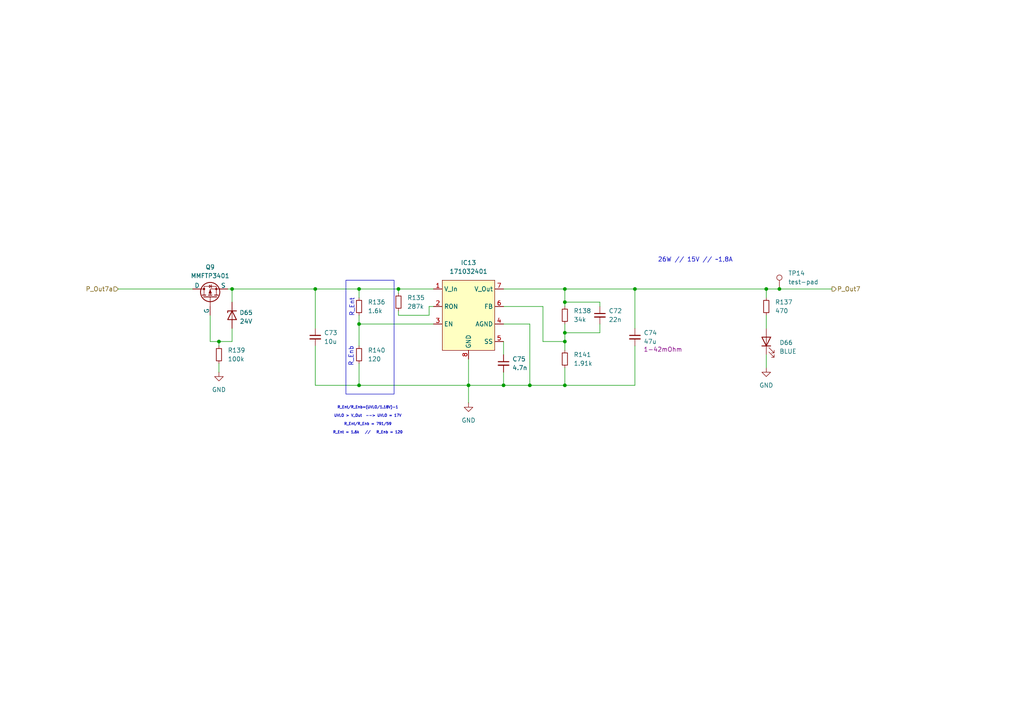
<source format=kicad_sch>
(kicad_sch (version 20231120) (generator "eeschema") (generator_version "8.0")
  (paper "A4")
  (title_block (title "PDU FT25") (date "2024-11-23") (rev "V1.1") (company "Janek Herm") (comment 1 "FaSTTUBe Electronics"))
  (lib_symbols
    (symbol "Connector:TestPoint" (pin_numbers hide) (pin_names (offset 0.762) hide)
      (property "Reference" "TP" (at 0 6.858 0))
      (property "Value" "TestPoint" (at 0 5.08 0))
      (symbol "TestPoint_0_1"
        (circle (center 0 3.302) (radius 0.762))
      )
      (symbol "TestPoint_1_1"
        (pin passive line (at 0 0 90) (length 2.54) (name "1") (number "1"))
      )
    )
    (symbol "Device:C_Small" (pin_numbers hide) (pin_names (offset 0.254) hide)
      (property "Reference" "C" (at 0.254 1.778 0))
      (property "Value" "C_Small" (at 0.254 -2.032 0))
      (symbol "C_Small_0_1"
        (polyline (pts (xy -1.524 -0.508) (xy 1.524 -0.508)) (stroke (width 0.3302)))
        (polyline (pts (xy -1.524 0.508) (xy 1.524 0.508)) (stroke (width 0.3048)))
      )
      (symbol "C_Small_1_1"
        (pin passive line (at 0 2.54 270) (length 2.032) (name "~") (number "1"))
        (pin passive line (at 0 -2.54 90) (length 2.032) (name "~") (number "2"))
      )
    )
    (symbol "Device:D_Zener" (pin_numbers hide) (pin_names (offset 1.016) hide)
      (property "Reference" "D" (at 0 2.54 0))
      (property "Value" "D_Zener" (at 0 -2.54 0))
      (symbol "D_Zener_0_1"
        (polyline (pts (xy 1.27 0) (xy -1.27 0)))
        (polyline (pts (xy -1.27 -1.27) (xy -1.27 1.27) (xy -0.762 1.27)) (stroke (width 0.254)))
        (polyline (pts (xy 1.27 -1.27) (xy 1.27 1.27) (xy -1.27 0) (xy 1.27 -1.27)) (stroke (width 0.254)))
      )
      (symbol "D_Zener_1_1"
        (pin passive line (at -3.81 0 0) (length 2.54) (name "K") (number "1"))
        (pin passive line (at 3.81 0 180) (length 2.54) (name "A") (number "2"))
      )
    )
    (symbol "Device:LED" (pin_numbers hide) (pin_names (offset 1.016) hide)
      (property "Reference" "D" (at 0 2.54 0))
      (property "Value" "LED" (at 0 -2.54 0))
      (symbol "LED_0_1"
        (polyline (pts (xy -1.27 -1.27) (xy -1.27 1.27)) (stroke (width 0.254)))
        (polyline (pts (xy -1.27 0) (xy 1.27 0)))
        (polyline (pts (xy 1.27 -1.27) (xy 1.27 1.27) (xy -1.27 0) (xy 1.27 -1.27)) (stroke (width 0.254)))
        (polyline (pts (xy -3.048 -0.762) (xy -4.572 -2.286) (xy -3.81 -2.286) (xy -4.572 -2.286) (xy -4.572 -1.524)))
        (polyline (pts (xy -1.778 -0.762) (xy -3.302 -2.286) (xy -2.54 -2.286) (xy -3.302 -2.286) (xy -3.302 -1.524)))
      )
      (symbol "LED_1_1"
        (pin passive line (at -3.81 0 0) (length 2.54) (name "K") (number "1"))
        (pin passive line (at 3.81 0 180) (length 2.54) (name "A") (number "2"))
      )
    )
    (symbol "Device:R_Small" (pin_numbers hide) (pin_names (offset 0.254) hide)
      (property "Reference" "R" (at 0.762 0.508 0))
      (property "Value" "R_Small" (at 0.762 -1.016 0))
      (symbol "R_Small_0_1"
        (rectangle (start -0.762 1.778) (end 0.762 -1.778) (stroke (width 0.2032)))
      )
      (symbol "R_Small_1_1"
        (pin passive line (at 0 2.54 270) (length 0.762) (name "~") (number "1"))
        (pin passive line (at 0 -2.54 90) (length 0.762) (name "~") (number "2"))
      )
    )
    (symbol "FaSTTUBe_Voltage_Regulators:171032401"
      (property "Reference" "IC" (at 0.254 8.636 0))
      (property "Value" "171032401" (at 0.508 6.604 0))
      (symbol "171032401_1_1"
        (rectangle (start -7.62 5.08) (end 7.62 -15.24) (fill (type background)))
        (pin passive line (at -10.16 2.54 0) (length 2.54) (name "V_In") (number "1"))
        (pin passive line (at -10.16 -2.54 0) (length 2.54) (name "RON") (number "2"))
        (pin passive line (at -10.16 -7.62 0) (length 2.54) (name "EN") (number "3"))
        (pin power_in line (at 10.16 -7.62 180) (length 2.54) (name "AGND") (number "4"))
        (pin passive line (at 10.16 -12.7 180) (length 2.54) (name "SS") (number "5"))
        (pin passive line (at 10.16 -2.54 180) (length 2.54) (name "FB") (number "6"))
        (pin power_out line (at 10.16 2.54 180) (length 2.54) (name "V_Out") (number "7"))
        (pin power_in line (at 0 -17.78 90) (length 2.54) (name "GND") (number "8"))
      )
    )
    (symbol "Simulation_SPICE:PMOS" (pin_numbers hide) (pin_names (offset 0))
      (property "Reference" "Q" (at 5.08 1.27 0))
      (property "Value" "PMOS" (at 5.08 -1.27 0))
      (symbol "PMOS_0_1"
        (polyline (pts (xy 0.254 0) (xy -2.54 0)))
        (polyline (pts (xy 0.254 1.905) (xy 0.254 -1.905)) (stroke (width 0.254)))
        (polyline (pts (xy 0.762 -1.27) (xy 0.762 -2.286)) (stroke (width 0.254)))
        (polyline (pts (xy 0.762 0.508) (xy 0.762 -0.508)) (stroke (width 0.254)))
        (polyline (pts (xy 0.762 2.286) (xy 0.762 1.27)) (stroke (width 0.254)))
        (polyline (pts (xy 2.54 2.54) (xy 2.54 1.778)))
        (polyline (pts (xy 2.54 -2.54) (xy 2.54 0) (xy 0.762 0)))
        (polyline (pts (xy 0.762 1.778) (xy 3.302 1.778) (xy 3.302 -1.778) (xy 0.762 -1.778)))
        (polyline (pts (xy 2.286 0) (xy 1.27 0.381) (xy 1.27 -0.381) (xy 2.286 0)) (fill (type outline)))
        (polyline (pts (xy 2.794 -0.508) (xy 2.921 -0.381) (xy 3.683 -0.381) (xy 3.81 -0.254)))
        (polyline (pts (xy 3.302 -0.381) (xy 2.921 0.254) (xy 3.683 0.254) (xy 3.302 -0.381)))
        (circle (center 1.651 0) (radius 2.794) (stroke (width 0.254)))
        (circle (center 2.54 -1.778) (radius 0.254) (fill (type outline)))
        (circle (center 2.54 1.778) (radius 0.254) (fill (type outline)))
      )
      (symbol "PMOS_1_1"
        (pin passive line (at 2.54 5.08 270) (length 2.54) (name "D") (number "1"))
        (pin input line (at -5.08 0 0) (length 2.54) (name "G") (number "2"))
        (pin passive line (at 2.54 -5.08 90) (length 2.54) (name "S") (number "3"))
      )
    )
    (symbol "power:GND" (power) (pin_numbers hide) (pin_names (offset 0) hide)
      (property "Value" "GND" (at 0 -3.81 0))
      (symbol "GND_0_1"
        (polyline (pts (xy 0 0) (xy 0 -1.27) (xy 1.27 -1.27) (xy 0 -2.54) (xy -1.27 -1.27) (xy 0 -1.27)))
      )
      (symbol "GND_1_1"
        (pin power_in line (at 0 0 270) (length 0) (name "~") (number "1"))
      )
    )
  )
  (junction (at 184.15 83.82))
  (junction (at 163.83 111.76))
  (junction (at 163.83 87.63))
  (junction (at 222.25 83.82))
  (junction (at 104.14 111.76))
  (junction (at 163.83 83.82))
  (junction (at 153.67 111.76))
  (junction (at 115.57 83.82))
  (junction (at 163.83 96.52))
  (junction (at 104.14 93.98))
  (junction (at 163.83 99.06))
  (junction (at 226.06 83.82))
  (junction (at 91.44 83.82))
  (junction (at 135.89 111.76))
  (junction (at 104.14 83.82))
  (junction (at 63.5 99.06))
  (junction (at 67.31 83.82))
  (junction (at 146.05 111.76))
  (wire (pts (xy 104.14 83.82) (xy 104.14 86.36)))
  (wire (pts (xy 146.05 88.9) (xy 157.48 88.9)))
  (wire (pts (xy 222.25 102.87) (xy 222.25 106.68)))
  (wire (pts (xy 104.14 93.98) (xy 125.73 93.98)))
  (wire (pts (xy 163.83 106.68) (xy 163.83 111.76)))
  (wire (pts (xy 146.05 111.76) (xy 135.89 111.76)))
  (wire (pts (xy 124.46 91.44) (xy 124.46 88.9)))
  (wire (pts (xy 184.15 100.33) (xy 184.15 111.76)))
  (wire (pts (xy 163.83 99.06) (xy 163.83 101.6)))
  (wire (pts (xy 91.44 111.76) (xy 104.14 111.76)))
  (wire (pts (xy 153.67 111.76) (xy 163.83 111.76)))
  (wire (pts (xy 115.57 91.44) (xy 124.46 91.44)))
  (wire (pts (xy 146.05 93.98) (xy 153.67 93.98)))
  (wire (pts (xy 104.14 111.76) (xy 135.89 111.76)))
  (wire (pts (xy 163.83 83.82) (xy 184.15 83.82)))
  (wire (pts (xy 153.67 93.98) (xy 153.67 111.76)))
  (wire (pts (xy 157.48 99.06) (xy 163.83 99.06)))
  (wire (pts (xy 163.83 96.52) (xy 163.83 99.06)))
  (wire (pts (xy 146.05 111.76) (xy 153.67 111.76)))
  (wire (pts (xy 222.25 83.82) (xy 226.06 83.82)))
  (wire (pts (xy 163.83 87.63) (xy 173.99 87.63)))
  (wire (pts (xy 222.25 91.44) (xy 222.25 95.25)))
  (wire (pts (xy 60.96 91.44) (xy 60.96 99.06)))
  (wire (pts (xy 115.57 83.82) (xy 125.73 83.82)))
  (wire (pts (xy 135.89 111.76) (xy 135.89 116.84)))
  (wire (pts (xy 226.06 83.82) (xy 241.3 83.82)))
  (wire (pts (xy 66.04 83.82) (xy 67.31 83.82)))
  (wire (pts (xy 124.46 88.9) (xy 125.73 88.9)))
  (wire (pts (xy 146.05 99.06) (xy 146.05 102.87)))
  (wire (pts (xy 173.99 96.52) (xy 163.83 96.52)))
  (wire (pts (xy 34.29 83.82) (xy 55.88 83.82)))
  (wire (pts (xy 63.5 105.41) (xy 63.5 107.95)))
  (wire (pts (xy 67.31 83.82) (xy 67.31 87.63)))
  (wire (pts (xy 146.05 107.95) (xy 146.05 111.76)))
  (wire (pts (xy 163.83 87.63) (xy 163.83 88.9)))
  (wire (pts (xy 104.14 105.41) (xy 104.14 111.76)))
  (wire (pts (xy 104.14 91.44) (xy 104.14 93.98)))
  (wire (pts (xy 67.31 83.82) (xy 91.44 83.82)))
  (wire (pts (xy 63.5 100.33) (xy 63.5 99.06)))
  (wire (pts (xy 115.57 83.82) (xy 115.57 85.09)))
  (wire (pts (xy 222.25 83.82) (xy 222.25 86.36)))
  (wire (pts (xy 184.15 83.82) (xy 222.25 83.82)))
  (wire (pts (xy 104.14 83.82) (xy 115.57 83.82)))
  (wire (pts (xy 163.83 93.98) (xy 163.83 96.52)))
  (wire (pts (xy 163.83 111.76) (xy 184.15 111.76)))
  (wire (pts (xy 67.31 95.25) (xy 67.31 99.06)))
  (wire (pts (xy 173.99 93.98) (xy 173.99 96.52)))
  (wire (pts (xy 67.31 99.06) (xy 63.5 99.06)))
  (wire (pts (xy 173.99 87.63) (xy 173.99 88.9)))
  (wire (pts (xy 91.44 83.82) (xy 104.14 83.82)))
  (wire (pts (xy 135.89 104.14) (xy 135.89 111.76)))
  (wire (pts (xy 184.15 83.82) (xy 184.15 95.25)))
  (wire (pts (xy 115.57 91.44) (xy 115.57 90.17)))
  (wire (pts (xy 60.96 99.06) (xy 63.5 99.06)))
  (wire (pts (xy 91.44 100.33) (xy 91.44 111.76)))
  (wire (pts (xy 104.14 93.98) (xy 104.14 100.33)))
  (wire (pts (xy 91.44 83.82) (xy 91.44 95.25)))
  (wire (pts (xy 157.48 88.9) (xy 157.48 99.06)))
  (wire (pts (xy 163.83 83.82) (xy 163.83 87.63)))
  (wire (pts (xy 146.05 83.82) (xy 163.83 83.82)))
  (rectangle (start 100.33 81.28) (end 114.3 114.3))
  (text "R_Ent" (at 102.108 89.154 90) (effects (font (size 1.27 1.27))))
  (text "R_Ent/R_Enb=(UVLO/1.18V)-1\n\nUVLO > V_Out  --> UVLO = 17V\n\nR_Ent/R_Enb = 791/59\n\nR_Ent = 1.6k   //   R_Enb = 120" (at 106.68 117.856 0) (effects (font (size 0.75 0.75)) (justify top)))
  (text "26W // 15V // ~1,8A" (at 201.676 75.438 0) (effects (font (size 1.27 1.27))))
  (text "R_Enb" (at 101.854 103.378 90) (effects (font (size 1.27 1.27))))
  (hierarchical_label "P_Out7" (shape output) (at 241.3 83.82 0))
  (hierarchical_label "P_Out7a" (shape input) (at 34.29 83.82 180))
  (symbol (lib_id "Device:R_Small") (at 163.83 104.14 0) (unit 1)
    (property "Reference" "R141" (at 166.37 102.8699 0) (effects (justify left)))
    (property "Value" "1.91k" (at 166.37 105.4099 0) (effects (justify left)))
    (property "Footprint" "Resistor_SMD:R_0805_2012Metric_Pad1.20x1.40mm_HandSolder" (effects (hide yes)))
    (property "Description" "Resistor, small symbol" (effects (hide yes)))
  )
  (symbol (lib_id "Device:D_Zener") (at 67.31 91.44 90) (mirror x) (unit 1)
    (property "Reference" "D65" (at 71.374 90.678 90))
    (property "Value" "24V" (at 71.374 93.218 90))
    (property "Footprint" "3SMAJ5934B-TP:DIOM5226X244N" (effects (hide yes)))
    (property "Datasheet" "https://www.mouser.de/datasheet/2/258/3SMAJ5918B_3SMAJ5956B_SMA_-3423242.pdf" (effects (hide yes)))
    (property "Description" "Zener diode" (effects (hide yes)))
    (property "MPR" "3SMAJ5934B-TP" (effects (hide yes)))
  )
  (symbol (lib_id "FaSTTUBe_Voltage_Regulators:171032401") (at 135.89 86.36 0) (unit 1)
    (property "Reference" "IC13" (at 135.89 76.2 0))
    (property "Value" "171032401" (at 135.89 78.74 0))
    (property "Footprint" "171032401:171032401" (effects (hide yes)))
    (property "Datasheet" "https://www.we-online.com/components/products/datasheet/171032401.pdf" (effects (hide yes)))
  )
  (symbol (lib_id "power:GND") (at 63.5 107.95 0) (unit 1)
    (property "Reference" "#PWR0193" (effects (hide yes)))
    (property "Value" "GND" (at 63.5 113.03 0))
    (property "Description" "Power symbol creates a global label with name \"GND\" , ground" (effects (hide yes)))
  )
  (symbol (lib_id "Device:C_Small") (at 91.44 97.79 0) (unit 1)
    (property "Reference" "C73" (at 93.98 96.5262 0) (effects (justify left)))
    (property "Value" "10u" (at 93.98 99.0662 0) (effects (justify left)))
    (property "Footprint" "Capacitor_SMD:C_1206_3216Metric_Pad1.33x1.80mm_HandSolder" (effects (hide yes)))
    (property "Description" "Unpolarized capacitor, small symbol" (effects (hide yes)))
  )
  (symbol (lib_id "power:GND") (at 222.25 106.68 0) (unit 1)
    (property "Reference" "#PWR0192" (effects (hide yes)))
    (property "Value" "GND" (at 222.25 111.76 0))
    (property "Description" "Power symbol creates a global label with name \"GND\" , ground" (effects (hide yes)))
  )
  (symbol (lib_id "Device:LED") (at 222.25 99.06 90) (unit 1)
    (property "Reference" "D66" (at 226.06 99.3774 90) (effects (justify right)))
    (property "Value" "BLUE" (at 226.06 101.9174 90) (effects (justify right)))
    (property "Footprint" "Resistor_SMD:R_0603_1608Metric_Pad0.98x0.95mm_HandSolder" (effects (hide yes)))
    (property "Datasheet" "https://www.we-online.com/components/products/datasheet/150060BS75000.pdf" (effects (hide yes)))
    (property "Description" "Light emitting diode" (effects (hide yes)))
    (property "MPR" "150060BS75000" (effects (hide yes)))
  )
  (symbol (lib_id "Device:R_Small") (at 63.5 102.87 0) (unit 1)
    (property "Reference" "R139" (at 66.04 101.5999 0) (effects (justify left)))
    (property "Value" "100k" (at 66.04 104.1399 0) (effects (justify left)))
    (property "Footprint" "Resistor_SMD:R_0603_1608Metric_Pad0.98x0.95mm_HandSolder" (effects (hide yes)))
    (property "Description" "Resistor, small symbol" (effects (hide yes)))
  )
  (symbol (lib_id "power:GND") (at 135.89 116.84 0) (unit 1)
    (property "Reference" "#PWR0194" (effects (hide yes)))
    (property "Value" "GND" (at 135.89 121.92 0))
    (property "Description" "Power symbol creates a global label with name \"GND\" , ground" (effects (hide yes)))
  )
  (symbol (lib_id "Device:R_Small") (at 104.14 88.9 0) (unit 1)
    (property "Reference" "R136" (at 106.68 87.6299 0) (effects (justify left)))
    (property "Value" "1.6k" (at 106.68 90.1699 0) (effects (justify left)))
    (property "Footprint" "Resistor_SMD:R_0805_2012Metric_Pad1.20x1.40mm_HandSolder" (effects (hide yes)))
    (property "Description" "Resistor, small symbol" (effects (hide yes)))
  )
  (symbol (lib_id "Device:R_Small") (at 222.25 88.9 0) (unit 1)
    (property "Reference" "R137" (at 224.79 87.6299 0) (effects (justify left)))
    (property "Value" "470" (at 224.79 90.1699 0) (effects (justify left)))
    (property "Footprint" "Resistor_SMD:R_0603_1608Metric_Pad0.98x0.95mm_HandSolder" (effects (hide yes)))
    (property "Description" "Resistor, small symbol" (effects (hide yes)))
  )
  (symbol (lib_id "Device:C_Small") (at 184.15 97.79 0) (unit 1)
    (property "Reference" "C74" (at 186.69 96.5262 0) (effects (justify left)))
    (property "Value" "47u" (at 186.69 99.0662 0) (effects (justify left)))
    (property "Footprint" "Capacitor_SMD:C_1206_3216Metric_Pad1.33x1.80mm_HandSolder" (effects (hide yes)))
    (property "Description" "Unpolarized capacitor, small symbol" (effects (hide yes)))
    (property "Resistance" "1-42mOhm" (at 192.278 101.346 0))
  )
  (symbol (lib_id "Device:R_Small") (at 104.14 102.87 0) (unit 1)
    (property "Reference" "R140" (at 106.68 101.5999 0) (effects (justify left)))
    (property "Value" "120" (at 106.68 104.1399 0) (effects (justify left)))
    (property "Footprint" "Resistor_SMD:R_0805_2012Metric_Pad1.20x1.40mm_HandSolder" (effects (hide yes)))
    (property "Description" "Resistor, small symbol" (effects (hide yes)))
  )
  (symbol (lib_id "Device:C_Small") (at 173.99 91.44 0) (unit 1)
    (property "Reference" "C72" (at 176.53 90.1762 0) (effects (justify left)))
    (property "Value" "22n" (at 176.53 92.7162 0) (effects (justify left)))
    (property "Footprint" "Capacitor_SMD:C_0805_2012Metric_Pad1.18x1.45mm_HandSolder" (effects (hide yes)))
    (property "Description" "Unpolarized capacitor, small symbol" (effects (hide yes)))
  )
  (symbol (lib_id "Device:R_Small") (at 163.83 91.44 0) (unit 1)
    (property "Reference" "R138" (at 166.37 90.1699 0) (effects (justify left)))
    (property "Value" "34k" (at 166.37 92.7099 0) (effects (justify left)))
    (property "Footprint" "Resistor_SMD:R_0805_2012Metric_Pad1.20x1.40mm_HandSolder" (effects (hide yes)))
    (property "Description" "Resistor, small symbol" (effects (hide yes)))
  )
  (symbol (lib_id "Device:C_Small") (at 146.05 105.41 0) (unit 1)
    (property "Reference" "C75" (at 148.59 104.1462 0) (effects (justify left)))
    (property "Value" "4.7n" (at 148.59 106.6862 0) (effects (justify left)))
    (property "Footprint" "Capacitor_SMD:C_0805_2012Metric_Pad1.18x1.45mm_HandSolder" (effects (hide yes)))
    (property "Description" "Unpolarized capacitor, small symbol" (effects (hide yes)))
  )
  (symbol (lib_id "Simulation_SPICE:PMOS") (at 60.96 86.36 90) (unit 1)
    (property "Reference" "Q9" (at 60.96 77.47 90))
    (property "Value" "MMFTP3401" (at 60.96 80.01 90))
    (property "Footprint" "Package_TO_SOT_SMD:SOT-23" (effects (hide yes)))
    (property "Datasheet" "https://diotec.com/request/datasheet/mmftp3401.pdf" (effects (hide yes)))
    (property "Description" "P-MOSFET transistor, drain/source/gate" (effects (hide yes)))
    (property "Sim.Device" "PMOS" (effects (hide yes)))
    (property "Sim.Type" "VDMOS" (effects (hide yes)))
    (property "Sim.Pins" "1=D 2=G 3=S" (effects (hide yes)))
  )
  (symbol (lib_id "Connector:TestPoint") (at 226.06 83.82 0) (unit 1)
    (property "Reference" "TP14" (at 228.6 79.2479 0) (effects (justify left)))
    (property "Value" "test-pad" (at 228.6 81.7879 0) (effects (justify left)))
    (property "Footprint" "5025:5025" (effects (hide yes)))
    (property "Description" "test point" (effects (hide yes)))
  )
  (symbol (lib_id "Device:R_Small") (at 115.57 87.63 0) (unit 1)
    (property "Reference" "R135" (at 118.11 86.3599 0) (effects (justify left)))
    (property "Value" "287k" (at 118.11 88.8999 0) (effects (justify left)))
    (property "Footprint" "Resistor_SMD:R_0805_2012Metric_Pad1.20x1.40mm_HandSolder" (effects (hide yes)))
    (property "Description" "Resistor, small symbol" (effects (hide yes)))
  )
)
</source>
